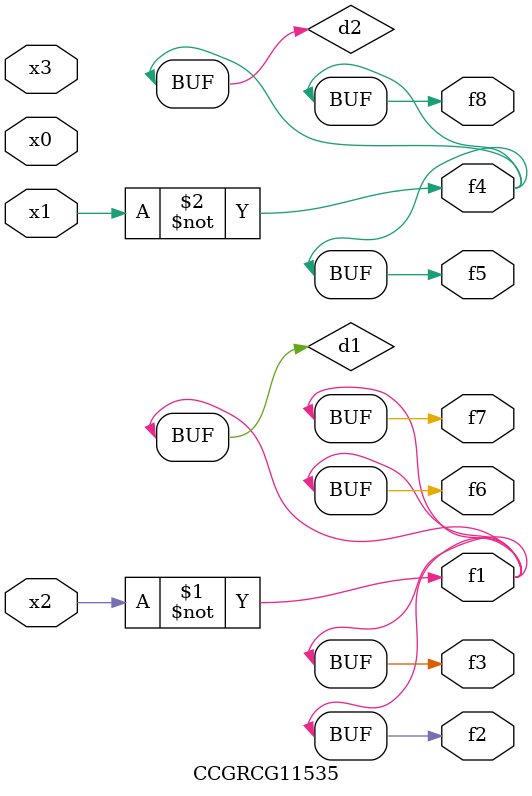
<source format=v>
module CCGRCG11535(
	input x0, x1, x2, x3,
	output f1, f2, f3, f4, f5, f6, f7, f8
);

	wire d1, d2;

	xnor (d1, x2);
	not (d2, x1);
	assign f1 = d1;
	assign f2 = d1;
	assign f3 = d1;
	assign f4 = d2;
	assign f5 = d2;
	assign f6 = d1;
	assign f7 = d1;
	assign f8 = d2;
endmodule

</source>
